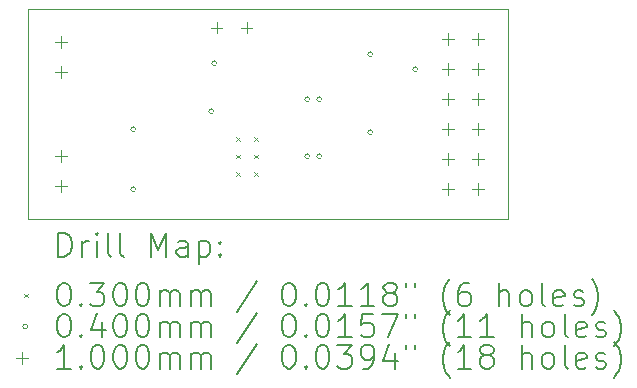
<source format=gbr>
%TF.GenerationSoftware,KiCad,Pcbnew,7.0.10*%
%TF.CreationDate,2024-02-13T22:41:41+09:00*%
%TF.ProjectId,drv8833,64727638-3833-4332-9e6b-696361645f70,rev?*%
%TF.SameCoordinates,Original*%
%TF.FileFunction,Drillmap*%
%TF.FilePolarity,Positive*%
%FSLAX45Y45*%
G04 Gerber Fmt 4.5, Leading zero omitted, Abs format (unit mm)*
G04 Created by KiCad (PCBNEW 7.0.10) date 2024-02-13 22:41:41*
%MOMM*%
%LPD*%
G01*
G04 APERTURE LIST*
%ADD10C,0.100000*%
%ADD11C,0.200000*%
G04 APERTURE END LIST*
D10*
X9906000Y-5588000D02*
X13970000Y-5588000D01*
X9906000Y-7366000D02*
X9906000Y-5588000D01*
X9906000Y-7366000D02*
X13970000Y-7366000D01*
X13970000Y-7366000D02*
X13970000Y-5588000D01*
D11*
D10*
X11669000Y-6670000D02*
X11699000Y-6700000D01*
X11699000Y-6670000D02*
X11669000Y-6700000D01*
X11669000Y-6820000D02*
X11699000Y-6850000D01*
X11699000Y-6820000D02*
X11669000Y-6850000D01*
X11669000Y-6970000D02*
X11699000Y-7000000D01*
X11699000Y-6970000D02*
X11669000Y-7000000D01*
X11819000Y-6670000D02*
X11849000Y-6700000D01*
X11849000Y-6670000D02*
X11819000Y-6700000D01*
X11819000Y-6820000D02*
X11849000Y-6850000D01*
X11849000Y-6820000D02*
X11819000Y-6850000D01*
X11819000Y-6970000D02*
X11849000Y-7000000D01*
X11849000Y-6970000D02*
X11819000Y-7000000D01*
X10815000Y-6604000D02*
G75*
G03*
X10775000Y-6604000I-20000J0D01*
G01*
X10775000Y-6604000D02*
G75*
G03*
X10815000Y-6604000I20000J0D01*
G01*
X10815000Y-7112000D02*
G75*
G03*
X10775000Y-7112000I-20000J0D01*
G01*
X10775000Y-7112000D02*
G75*
G03*
X10815000Y-7112000I20000J0D01*
G01*
X11475400Y-6451600D02*
G75*
G03*
X11435400Y-6451600I-20000J0D01*
G01*
X11435400Y-6451600D02*
G75*
G03*
X11475400Y-6451600I20000J0D01*
G01*
X11500800Y-6045200D02*
G75*
G03*
X11460800Y-6045200I-20000J0D01*
G01*
X11460800Y-6045200D02*
G75*
G03*
X11500800Y-6045200I20000J0D01*
G01*
X12288200Y-6350000D02*
G75*
G03*
X12248200Y-6350000I-20000J0D01*
G01*
X12248200Y-6350000D02*
G75*
G03*
X12288200Y-6350000I20000J0D01*
G01*
X12288200Y-6832600D02*
G75*
G03*
X12248200Y-6832600I-20000J0D01*
G01*
X12248200Y-6832600D02*
G75*
G03*
X12288200Y-6832600I20000J0D01*
G01*
X12389800Y-6350000D02*
G75*
G03*
X12349800Y-6350000I-20000J0D01*
G01*
X12349800Y-6350000D02*
G75*
G03*
X12389800Y-6350000I20000J0D01*
G01*
X12389800Y-6832600D02*
G75*
G03*
X12349800Y-6832600I-20000J0D01*
G01*
X12349800Y-6832600D02*
G75*
G03*
X12389800Y-6832600I20000J0D01*
G01*
X12821600Y-5969000D02*
G75*
G03*
X12781600Y-5969000I-20000J0D01*
G01*
X12781600Y-5969000D02*
G75*
G03*
X12821600Y-5969000I20000J0D01*
G01*
X12821600Y-6629400D02*
G75*
G03*
X12781600Y-6629400I-20000J0D01*
G01*
X12781600Y-6629400D02*
G75*
G03*
X12821600Y-6629400I20000J0D01*
G01*
X13202600Y-6096000D02*
G75*
G03*
X13162600Y-6096000I-20000J0D01*
G01*
X13162600Y-6096000D02*
G75*
G03*
X13202600Y-6096000I20000J0D01*
G01*
X10185400Y-5817400D02*
X10185400Y-5917400D01*
X10135400Y-5867400D02*
X10235400Y-5867400D01*
X10185400Y-6071400D02*
X10185400Y-6171400D01*
X10135400Y-6121400D02*
X10235400Y-6121400D01*
X10185400Y-6782600D02*
X10185400Y-6882600D01*
X10135400Y-6832600D02*
X10235400Y-6832600D01*
X10185400Y-7036600D02*
X10185400Y-7136600D01*
X10135400Y-7086600D02*
X10235400Y-7086600D01*
X11501120Y-5692940D02*
X11501120Y-5792940D01*
X11451120Y-5742940D02*
X11551120Y-5742940D01*
X11755120Y-5692940D02*
X11755120Y-5792940D01*
X11705120Y-5742940D02*
X11805120Y-5742940D01*
X13462000Y-5792000D02*
X13462000Y-5892000D01*
X13412000Y-5842000D02*
X13512000Y-5842000D01*
X13462000Y-6046000D02*
X13462000Y-6146000D01*
X13412000Y-6096000D02*
X13512000Y-6096000D01*
X13462000Y-6300000D02*
X13462000Y-6400000D01*
X13412000Y-6350000D02*
X13512000Y-6350000D01*
X13462000Y-6554000D02*
X13462000Y-6654000D01*
X13412000Y-6604000D02*
X13512000Y-6604000D01*
X13462000Y-6808000D02*
X13462000Y-6908000D01*
X13412000Y-6858000D02*
X13512000Y-6858000D01*
X13462000Y-7062000D02*
X13462000Y-7162000D01*
X13412000Y-7112000D02*
X13512000Y-7112000D01*
X13716000Y-5792000D02*
X13716000Y-5892000D01*
X13666000Y-5842000D02*
X13766000Y-5842000D01*
X13716000Y-6046000D02*
X13716000Y-6146000D01*
X13666000Y-6096000D02*
X13766000Y-6096000D01*
X13716000Y-6300000D02*
X13716000Y-6400000D01*
X13666000Y-6350000D02*
X13766000Y-6350000D01*
X13716000Y-6554000D02*
X13716000Y-6654000D01*
X13666000Y-6604000D02*
X13766000Y-6604000D01*
X13716000Y-6808000D02*
X13716000Y-6908000D01*
X13666000Y-6858000D02*
X13766000Y-6858000D01*
X13716000Y-7062000D02*
X13716000Y-7162000D01*
X13666000Y-7112000D02*
X13766000Y-7112000D01*
D11*
X10161777Y-7682484D02*
X10161777Y-7482484D01*
X10161777Y-7482484D02*
X10209396Y-7482484D01*
X10209396Y-7482484D02*
X10237967Y-7492008D01*
X10237967Y-7492008D02*
X10257015Y-7511055D01*
X10257015Y-7511055D02*
X10266539Y-7530103D01*
X10266539Y-7530103D02*
X10276063Y-7568198D01*
X10276063Y-7568198D02*
X10276063Y-7596769D01*
X10276063Y-7596769D02*
X10266539Y-7634865D01*
X10266539Y-7634865D02*
X10257015Y-7653912D01*
X10257015Y-7653912D02*
X10237967Y-7672960D01*
X10237967Y-7672960D02*
X10209396Y-7682484D01*
X10209396Y-7682484D02*
X10161777Y-7682484D01*
X10361777Y-7682484D02*
X10361777Y-7549150D01*
X10361777Y-7587246D02*
X10371301Y-7568198D01*
X10371301Y-7568198D02*
X10380824Y-7558674D01*
X10380824Y-7558674D02*
X10399872Y-7549150D01*
X10399872Y-7549150D02*
X10418920Y-7549150D01*
X10485586Y-7682484D02*
X10485586Y-7549150D01*
X10485586Y-7482484D02*
X10476063Y-7492008D01*
X10476063Y-7492008D02*
X10485586Y-7501531D01*
X10485586Y-7501531D02*
X10495110Y-7492008D01*
X10495110Y-7492008D02*
X10485586Y-7482484D01*
X10485586Y-7482484D02*
X10485586Y-7501531D01*
X10609396Y-7682484D02*
X10590348Y-7672960D01*
X10590348Y-7672960D02*
X10580824Y-7653912D01*
X10580824Y-7653912D02*
X10580824Y-7482484D01*
X10714158Y-7682484D02*
X10695110Y-7672960D01*
X10695110Y-7672960D02*
X10685586Y-7653912D01*
X10685586Y-7653912D02*
X10685586Y-7482484D01*
X10942729Y-7682484D02*
X10942729Y-7482484D01*
X10942729Y-7482484D02*
X11009396Y-7625341D01*
X11009396Y-7625341D02*
X11076063Y-7482484D01*
X11076063Y-7482484D02*
X11076063Y-7682484D01*
X11257015Y-7682484D02*
X11257015Y-7577722D01*
X11257015Y-7577722D02*
X11247491Y-7558674D01*
X11247491Y-7558674D02*
X11228443Y-7549150D01*
X11228443Y-7549150D02*
X11190348Y-7549150D01*
X11190348Y-7549150D02*
X11171301Y-7558674D01*
X11257015Y-7672960D02*
X11237967Y-7682484D01*
X11237967Y-7682484D02*
X11190348Y-7682484D01*
X11190348Y-7682484D02*
X11171301Y-7672960D01*
X11171301Y-7672960D02*
X11161777Y-7653912D01*
X11161777Y-7653912D02*
X11161777Y-7634865D01*
X11161777Y-7634865D02*
X11171301Y-7615817D01*
X11171301Y-7615817D02*
X11190348Y-7606293D01*
X11190348Y-7606293D02*
X11237967Y-7606293D01*
X11237967Y-7606293D02*
X11257015Y-7596769D01*
X11352253Y-7549150D02*
X11352253Y-7749150D01*
X11352253Y-7558674D02*
X11371301Y-7549150D01*
X11371301Y-7549150D02*
X11409396Y-7549150D01*
X11409396Y-7549150D02*
X11428443Y-7558674D01*
X11428443Y-7558674D02*
X11437967Y-7568198D01*
X11437967Y-7568198D02*
X11447491Y-7587246D01*
X11447491Y-7587246D02*
X11447491Y-7644388D01*
X11447491Y-7644388D02*
X11437967Y-7663436D01*
X11437967Y-7663436D02*
X11428443Y-7672960D01*
X11428443Y-7672960D02*
X11409396Y-7682484D01*
X11409396Y-7682484D02*
X11371301Y-7682484D01*
X11371301Y-7682484D02*
X11352253Y-7672960D01*
X11533205Y-7663436D02*
X11542729Y-7672960D01*
X11542729Y-7672960D02*
X11533205Y-7682484D01*
X11533205Y-7682484D02*
X11523682Y-7672960D01*
X11523682Y-7672960D02*
X11533205Y-7663436D01*
X11533205Y-7663436D02*
X11533205Y-7682484D01*
X11533205Y-7558674D02*
X11542729Y-7568198D01*
X11542729Y-7568198D02*
X11533205Y-7577722D01*
X11533205Y-7577722D02*
X11523682Y-7568198D01*
X11523682Y-7568198D02*
X11533205Y-7558674D01*
X11533205Y-7558674D02*
X11533205Y-7577722D01*
D10*
X9871000Y-7996000D02*
X9901000Y-8026000D01*
X9901000Y-7996000D02*
X9871000Y-8026000D01*
D11*
X10199872Y-7902484D02*
X10218920Y-7902484D01*
X10218920Y-7902484D02*
X10237967Y-7912008D01*
X10237967Y-7912008D02*
X10247491Y-7921531D01*
X10247491Y-7921531D02*
X10257015Y-7940579D01*
X10257015Y-7940579D02*
X10266539Y-7978674D01*
X10266539Y-7978674D02*
X10266539Y-8026293D01*
X10266539Y-8026293D02*
X10257015Y-8064388D01*
X10257015Y-8064388D02*
X10247491Y-8083436D01*
X10247491Y-8083436D02*
X10237967Y-8092960D01*
X10237967Y-8092960D02*
X10218920Y-8102484D01*
X10218920Y-8102484D02*
X10199872Y-8102484D01*
X10199872Y-8102484D02*
X10180824Y-8092960D01*
X10180824Y-8092960D02*
X10171301Y-8083436D01*
X10171301Y-8083436D02*
X10161777Y-8064388D01*
X10161777Y-8064388D02*
X10152253Y-8026293D01*
X10152253Y-8026293D02*
X10152253Y-7978674D01*
X10152253Y-7978674D02*
X10161777Y-7940579D01*
X10161777Y-7940579D02*
X10171301Y-7921531D01*
X10171301Y-7921531D02*
X10180824Y-7912008D01*
X10180824Y-7912008D02*
X10199872Y-7902484D01*
X10352253Y-8083436D02*
X10361777Y-8092960D01*
X10361777Y-8092960D02*
X10352253Y-8102484D01*
X10352253Y-8102484D02*
X10342729Y-8092960D01*
X10342729Y-8092960D02*
X10352253Y-8083436D01*
X10352253Y-8083436D02*
X10352253Y-8102484D01*
X10428444Y-7902484D02*
X10552253Y-7902484D01*
X10552253Y-7902484D02*
X10485586Y-7978674D01*
X10485586Y-7978674D02*
X10514158Y-7978674D01*
X10514158Y-7978674D02*
X10533205Y-7988198D01*
X10533205Y-7988198D02*
X10542729Y-7997722D01*
X10542729Y-7997722D02*
X10552253Y-8016769D01*
X10552253Y-8016769D02*
X10552253Y-8064388D01*
X10552253Y-8064388D02*
X10542729Y-8083436D01*
X10542729Y-8083436D02*
X10533205Y-8092960D01*
X10533205Y-8092960D02*
X10514158Y-8102484D01*
X10514158Y-8102484D02*
X10457015Y-8102484D01*
X10457015Y-8102484D02*
X10437967Y-8092960D01*
X10437967Y-8092960D02*
X10428444Y-8083436D01*
X10676063Y-7902484D02*
X10695110Y-7902484D01*
X10695110Y-7902484D02*
X10714158Y-7912008D01*
X10714158Y-7912008D02*
X10723682Y-7921531D01*
X10723682Y-7921531D02*
X10733205Y-7940579D01*
X10733205Y-7940579D02*
X10742729Y-7978674D01*
X10742729Y-7978674D02*
X10742729Y-8026293D01*
X10742729Y-8026293D02*
X10733205Y-8064388D01*
X10733205Y-8064388D02*
X10723682Y-8083436D01*
X10723682Y-8083436D02*
X10714158Y-8092960D01*
X10714158Y-8092960D02*
X10695110Y-8102484D01*
X10695110Y-8102484D02*
X10676063Y-8102484D01*
X10676063Y-8102484D02*
X10657015Y-8092960D01*
X10657015Y-8092960D02*
X10647491Y-8083436D01*
X10647491Y-8083436D02*
X10637967Y-8064388D01*
X10637967Y-8064388D02*
X10628444Y-8026293D01*
X10628444Y-8026293D02*
X10628444Y-7978674D01*
X10628444Y-7978674D02*
X10637967Y-7940579D01*
X10637967Y-7940579D02*
X10647491Y-7921531D01*
X10647491Y-7921531D02*
X10657015Y-7912008D01*
X10657015Y-7912008D02*
X10676063Y-7902484D01*
X10866539Y-7902484D02*
X10885586Y-7902484D01*
X10885586Y-7902484D02*
X10904634Y-7912008D01*
X10904634Y-7912008D02*
X10914158Y-7921531D01*
X10914158Y-7921531D02*
X10923682Y-7940579D01*
X10923682Y-7940579D02*
X10933205Y-7978674D01*
X10933205Y-7978674D02*
X10933205Y-8026293D01*
X10933205Y-8026293D02*
X10923682Y-8064388D01*
X10923682Y-8064388D02*
X10914158Y-8083436D01*
X10914158Y-8083436D02*
X10904634Y-8092960D01*
X10904634Y-8092960D02*
X10885586Y-8102484D01*
X10885586Y-8102484D02*
X10866539Y-8102484D01*
X10866539Y-8102484D02*
X10847491Y-8092960D01*
X10847491Y-8092960D02*
X10837967Y-8083436D01*
X10837967Y-8083436D02*
X10828444Y-8064388D01*
X10828444Y-8064388D02*
X10818920Y-8026293D01*
X10818920Y-8026293D02*
X10818920Y-7978674D01*
X10818920Y-7978674D02*
X10828444Y-7940579D01*
X10828444Y-7940579D02*
X10837967Y-7921531D01*
X10837967Y-7921531D02*
X10847491Y-7912008D01*
X10847491Y-7912008D02*
X10866539Y-7902484D01*
X11018920Y-8102484D02*
X11018920Y-7969150D01*
X11018920Y-7988198D02*
X11028444Y-7978674D01*
X11028444Y-7978674D02*
X11047491Y-7969150D01*
X11047491Y-7969150D02*
X11076063Y-7969150D01*
X11076063Y-7969150D02*
X11095110Y-7978674D01*
X11095110Y-7978674D02*
X11104634Y-7997722D01*
X11104634Y-7997722D02*
X11104634Y-8102484D01*
X11104634Y-7997722D02*
X11114158Y-7978674D01*
X11114158Y-7978674D02*
X11133205Y-7969150D01*
X11133205Y-7969150D02*
X11161777Y-7969150D01*
X11161777Y-7969150D02*
X11180825Y-7978674D01*
X11180825Y-7978674D02*
X11190348Y-7997722D01*
X11190348Y-7997722D02*
X11190348Y-8102484D01*
X11285586Y-8102484D02*
X11285586Y-7969150D01*
X11285586Y-7988198D02*
X11295110Y-7978674D01*
X11295110Y-7978674D02*
X11314158Y-7969150D01*
X11314158Y-7969150D02*
X11342729Y-7969150D01*
X11342729Y-7969150D02*
X11361777Y-7978674D01*
X11361777Y-7978674D02*
X11371301Y-7997722D01*
X11371301Y-7997722D02*
X11371301Y-8102484D01*
X11371301Y-7997722D02*
X11380824Y-7978674D01*
X11380824Y-7978674D02*
X11399872Y-7969150D01*
X11399872Y-7969150D02*
X11428443Y-7969150D01*
X11428443Y-7969150D02*
X11447491Y-7978674D01*
X11447491Y-7978674D02*
X11457015Y-7997722D01*
X11457015Y-7997722D02*
X11457015Y-8102484D01*
X11847491Y-7892960D02*
X11676063Y-8150103D01*
X12104634Y-7902484D02*
X12123682Y-7902484D01*
X12123682Y-7902484D02*
X12142729Y-7912008D01*
X12142729Y-7912008D02*
X12152253Y-7921531D01*
X12152253Y-7921531D02*
X12161777Y-7940579D01*
X12161777Y-7940579D02*
X12171301Y-7978674D01*
X12171301Y-7978674D02*
X12171301Y-8026293D01*
X12171301Y-8026293D02*
X12161777Y-8064388D01*
X12161777Y-8064388D02*
X12152253Y-8083436D01*
X12152253Y-8083436D02*
X12142729Y-8092960D01*
X12142729Y-8092960D02*
X12123682Y-8102484D01*
X12123682Y-8102484D02*
X12104634Y-8102484D01*
X12104634Y-8102484D02*
X12085586Y-8092960D01*
X12085586Y-8092960D02*
X12076063Y-8083436D01*
X12076063Y-8083436D02*
X12066539Y-8064388D01*
X12066539Y-8064388D02*
X12057015Y-8026293D01*
X12057015Y-8026293D02*
X12057015Y-7978674D01*
X12057015Y-7978674D02*
X12066539Y-7940579D01*
X12066539Y-7940579D02*
X12076063Y-7921531D01*
X12076063Y-7921531D02*
X12085586Y-7912008D01*
X12085586Y-7912008D02*
X12104634Y-7902484D01*
X12257015Y-8083436D02*
X12266539Y-8092960D01*
X12266539Y-8092960D02*
X12257015Y-8102484D01*
X12257015Y-8102484D02*
X12247491Y-8092960D01*
X12247491Y-8092960D02*
X12257015Y-8083436D01*
X12257015Y-8083436D02*
X12257015Y-8102484D01*
X12390348Y-7902484D02*
X12409396Y-7902484D01*
X12409396Y-7902484D02*
X12428444Y-7912008D01*
X12428444Y-7912008D02*
X12437967Y-7921531D01*
X12437967Y-7921531D02*
X12447491Y-7940579D01*
X12447491Y-7940579D02*
X12457015Y-7978674D01*
X12457015Y-7978674D02*
X12457015Y-8026293D01*
X12457015Y-8026293D02*
X12447491Y-8064388D01*
X12447491Y-8064388D02*
X12437967Y-8083436D01*
X12437967Y-8083436D02*
X12428444Y-8092960D01*
X12428444Y-8092960D02*
X12409396Y-8102484D01*
X12409396Y-8102484D02*
X12390348Y-8102484D01*
X12390348Y-8102484D02*
X12371301Y-8092960D01*
X12371301Y-8092960D02*
X12361777Y-8083436D01*
X12361777Y-8083436D02*
X12352253Y-8064388D01*
X12352253Y-8064388D02*
X12342729Y-8026293D01*
X12342729Y-8026293D02*
X12342729Y-7978674D01*
X12342729Y-7978674D02*
X12352253Y-7940579D01*
X12352253Y-7940579D02*
X12361777Y-7921531D01*
X12361777Y-7921531D02*
X12371301Y-7912008D01*
X12371301Y-7912008D02*
X12390348Y-7902484D01*
X12647491Y-8102484D02*
X12533206Y-8102484D01*
X12590348Y-8102484D02*
X12590348Y-7902484D01*
X12590348Y-7902484D02*
X12571301Y-7931055D01*
X12571301Y-7931055D02*
X12552253Y-7950103D01*
X12552253Y-7950103D02*
X12533206Y-7959627D01*
X12837967Y-8102484D02*
X12723682Y-8102484D01*
X12780825Y-8102484D02*
X12780825Y-7902484D01*
X12780825Y-7902484D02*
X12761777Y-7931055D01*
X12761777Y-7931055D02*
X12742729Y-7950103D01*
X12742729Y-7950103D02*
X12723682Y-7959627D01*
X12952253Y-7988198D02*
X12933206Y-7978674D01*
X12933206Y-7978674D02*
X12923682Y-7969150D01*
X12923682Y-7969150D02*
X12914158Y-7950103D01*
X12914158Y-7950103D02*
X12914158Y-7940579D01*
X12914158Y-7940579D02*
X12923682Y-7921531D01*
X12923682Y-7921531D02*
X12933206Y-7912008D01*
X12933206Y-7912008D02*
X12952253Y-7902484D01*
X12952253Y-7902484D02*
X12990348Y-7902484D01*
X12990348Y-7902484D02*
X13009396Y-7912008D01*
X13009396Y-7912008D02*
X13018920Y-7921531D01*
X13018920Y-7921531D02*
X13028444Y-7940579D01*
X13028444Y-7940579D02*
X13028444Y-7950103D01*
X13028444Y-7950103D02*
X13018920Y-7969150D01*
X13018920Y-7969150D02*
X13009396Y-7978674D01*
X13009396Y-7978674D02*
X12990348Y-7988198D01*
X12990348Y-7988198D02*
X12952253Y-7988198D01*
X12952253Y-7988198D02*
X12933206Y-7997722D01*
X12933206Y-7997722D02*
X12923682Y-8007246D01*
X12923682Y-8007246D02*
X12914158Y-8026293D01*
X12914158Y-8026293D02*
X12914158Y-8064388D01*
X12914158Y-8064388D02*
X12923682Y-8083436D01*
X12923682Y-8083436D02*
X12933206Y-8092960D01*
X12933206Y-8092960D02*
X12952253Y-8102484D01*
X12952253Y-8102484D02*
X12990348Y-8102484D01*
X12990348Y-8102484D02*
X13009396Y-8092960D01*
X13009396Y-8092960D02*
X13018920Y-8083436D01*
X13018920Y-8083436D02*
X13028444Y-8064388D01*
X13028444Y-8064388D02*
X13028444Y-8026293D01*
X13028444Y-8026293D02*
X13018920Y-8007246D01*
X13018920Y-8007246D02*
X13009396Y-7997722D01*
X13009396Y-7997722D02*
X12990348Y-7988198D01*
X13104634Y-7902484D02*
X13104634Y-7940579D01*
X13180825Y-7902484D02*
X13180825Y-7940579D01*
X13476063Y-8178674D02*
X13466539Y-8169150D01*
X13466539Y-8169150D02*
X13447491Y-8140579D01*
X13447491Y-8140579D02*
X13437968Y-8121531D01*
X13437968Y-8121531D02*
X13428444Y-8092960D01*
X13428444Y-8092960D02*
X13418920Y-8045341D01*
X13418920Y-8045341D02*
X13418920Y-8007246D01*
X13418920Y-8007246D02*
X13428444Y-7959627D01*
X13428444Y-7959627D02*
X13437968Y-7931055D01*
X13437968Y-7931055D02*
X13447491Y-7912008D01*
X13447491Y-7912008D02*
X13466539Y-7883436D01*
X13466539Y-7883436D02*
X13476063Y-7873912D01*
X13637968Y-7902484D02*
X13599872Y-7902484D01*
X13599872Y-7902484D02*
X13580825Y-7912008D01*
X13580825Y-7912008D02*
X13571301Y-7921531D01*
X13571301Y-7921531D02*
X13552253Y-7950103D01*
X13552253Y-7950103D02*
X13542729Y-7988198D01*
X13542729Y-7988198D02*
X13542729Y-8064388D01*
X13542729Y-8064388D02*
X13552253Y-8083436D01*
X13552253Y-8083436D02*
X13561777Y-8092960D01*
X13561777Y-8092960D02*
X13580825Y-8102484D01*
X13580825Y-8102484D02*
X13618920Y-8102484D01*
X13618920Y-8102484D02*
X13637968Y-8092960D01*
X13637968Y-8092960D02*
X13647491Y-8083436D01*
X13647491Y-8083436D02*
X13657015Y-8064388D01*
X13657015Y-8064388D02*
X13657015Y-8016769D01*
X13657015Y-8016769D02*
X13647491Y-7997722D01*
X13647491Y-7997722D02*
X13637968Y-7988198D01*
X13637968Y-7988198D02*
X13618920Y-7978674D01*
X13618920Y-7978674D02*
X13580825Y-7978674D01*
X13580825Y-7978674D02*
X13561777Y-7988198D01*
X13561777Y-7988198D02*
X13552253Y-7997722D01*
X13552253Y-7997722D02*
X13542729Y-8016769D01*
X13895110Y-8102484D02*
X13895110Y-7902484D01*
X13980825Y-8102484D02*
X13980825Y-7997722D01*
X13980825Y-7997722D02*
X13971301Y-7978674D01*
X13971301Y-7978674D02*
X13952253Y-7969150D01*
X13952253Y-7969150D02*
X13923682Y-7969150D01*
X13923682Y-7969150D02*
X13904634Y-7978674D01*
X13904634Y-7978674D02*
X13895110Y-7988198D01*
X14104634Y-8102484D02*
X14085587Y-8092960D01*
X14085587Y-8092960D02*
X14076063Y-8083436D01*
X14076063Y-8083436D02*
X14066539Y-8064388D01*
X14066539Y-8064388D02*
X14066539Y-8007246D01*
X14066539Y-8007246D02*
X14076063Y-7988198D01*
X14076063Y-7988198D02*
X14085587Y-7978674D01*
X14085587Y-7978674D02*
X14104634Y-7969150D01*
X14104634Y-7969150D02*
X14133206Y-7969150D01*
X14133206Y-7969150D02*
X14152253Y-7978674D01*
X14152253Y-7978674D02*
X14161777Y-7988198D01*
X14161777Y-7988198D02*
X14171301Y-8007246D01*
X14171301Y-8007246D02*
X14171301Y-8064388D01*
X14171301Y-8064388D02*
X14161777Y-8083436D01*
X14161777Y-8083436D02*
X14152253Y-8092960D01*
X14152253Y-8092960D02*
X14133206Y-8102484D01*
X14133206Y-8102484D02*
X14104634Y-8102484D01*
X14285587Y-8102484D02*
X14266539Y-8092960D01*
X14266539Y-8092960D02*
X14257015Y-8073912D01*
X14257015Y-8073912D02*
X14257015Y-7902484D01*
X14437968Y-8092960D02*
X14418920Y-8102484D01*
X14418920Y-8102484D02*
X14380825Y-8102484D01*
X14380825Y-8102484D02*
X14361777Y-8092960D01*
X14361777Y-8092960D02*
X14352253Y-8073912D01*
X14352253Y-8073912D02*
X14352253Y-7997722D01*
X14352253Y-7997722D02*
X14361777Y-7978674D01*
X14361777Y-7978674D02*
X14380825Y-7969150D01*
X14380825Y-7969150D02*
X14418920Y-7969150D01*
X14418920Y-7969150D02*
X14437968Y-7978674D01*
X14437968Y-7978674D02*
X14447491Y-7997722D01*
X14447491Y-7997722D02*
X14447491Y-8016769D01*
X14447491Y-8016769D02*
X14352253Y-8035817D01*
X14523682Y-8092960D02*
X14542730Y-8102484D01*
X14542730Y-8102484D02*
X14580825Y-8102484D01*
X14580825Y-8102484D02*
X14599872Y-8092960D01*
X14599872Y-8092960D02*
X14609396Y-8073912D01*
X14609396Y-8073912D02*
X14609396Y-8064388D01*
X14609396Y-8064388D02*
X14599872Y-8045341D01*
X14599872Y-8045341D02*
X14580825Y-8035817D01*
X14580825Y-8035817D02*
X14552253Y-8035817D01*
X14552253Y-8035817D02*
X14533206Y-8026293D01*
X14533206Y-8026293D02*
X14523682Y-8007246D01*
X14523682Y-8007246D02*
X14523682Y-7997722D01*
X14523682Y-7997722D02*
X14533206Y-7978674D01*
X14533206Y-7978674D02*
X14552253Y-7969150D01*
X14552253Y-7969150D02*
X14580825Y-7969150D01*
X14580825Y-7969150D02*
X14599872Y-7978674D01*
X14676063Y-8178674D02*
X14685587Y-8169150D01*
X14685587Y-8169150D02*
X14704634Y-8140579D01*
X14704634Y-8140579D02*
X14714158Y-8121531D01*
X14714158Y-8121531D02*
X14723682Y-8092960D01*
X14723682Y-8092960D02*
X14733206Y-8045341D01*
X14733206Y-8045341D02*
X14733206Y-8007246D01*
X14733206Y-8007246D02*
X14723682Y-7959627D01*
X14723682Y-7959627D02*
X14714158Y-7931055D01*
X14714158Y-7931055D02*
X14704634Y-7912008D01*
X14704634Y-7912008D02*
X14685587Y-7883436D01*
X14685587Y-7883436D02*
X14676063Y-7873912D01*
D10*
X9901000Y-8275000D02*
G75*
G03*
X9861000Y-8275000I-20000J0D01*
G01*
X9861000Y-8275000D02*
G75*
G03*
X9901000Y-8275000I20000J0D01*
G01*
D11*
X10199872Y-8166484D02*
X10218920Y-8166484D01*
X10218920Y-8166484D02*
X10237967Y-8176008D01*
X10237967Y-8176008D02*
X10247491Y-8185531D01*
X10247491Y-8185531D02*
X10257015Y-8204579D01*
X10257015Y-8204579D02*
X10266539Y-8242674D01*
X10266539Y-8242674D02*
X10266539Y-8290293D01*
X10266539Y-8290293D02*
X10257015Y-8328388D01*
X10257015Y-8328388D02*
X10247491Y-8347436D01*
X10247491Y-8347436D02*
X10237967Y-8356960D01*
X10237967Y-8356960D02*
X10218920Y-8366484D01*
X10218920Y-8366484D02*
X10199872Y-8366484D01*
X10199872Y-8366484D02*
X10180824Y-8356960D01*
X10180824Y-8356960D02*
X10171301Y-8347436D01*
X10171301Y-8347436D02*
X10161777Y-8328388D01*
X10161777Y-8328388D02*
X10152253Y-8290293D01*
X10152253Y-8290293D02*
X10152253Y-8242674D01*
X10152253Y-8242674D02*
X10161777Y-8204579D01*
X10161777Y-8204579D02*
X10171301Y-8185531D01*
X10171301Y-8185531D02*
X10180824Y-8176008D01*
X10180824Y-8176008D02*
X10199872Y-8166484D01*
X10352253Y-8347436D02*
X10361777Y-8356960D01*
X10361777Y-8356960D02*
X10352253Y-8366484D01*
X10352253Y-8366484D02*
X10342729Y-8356960D01*
X10342729Y-8356960D02*
X10352253Y-8347436D01*
X10352253Y-8347436D02*
X10352253Y-8366484D01*
X10533205Y-8233150D02*
X10533205Y-8366484D01*
X10485586Y-8156960D02*
X10437967Y-8299817D01*
X10437967Y-8299817D02*
X10561777Y-8299817D01*
X10676063Y-8166484D02*
X10695110Y-8166484D01*
X10695110Y-8166484D02*
X10714158Y-8176008D01*
X10714158Y-8176008D02*
X10723682Y-8185531D01*
X10723682Y-8185531D02*
X10733205Y-8204579D01*
X10733205Y-8204579D02*
X10742729Y-8242674D01*
X10742729Y-8242674D02*
X10742729Y-8290293D01*
X10742729Y-8290293D02*
X10733205Y-8328388D01*
X10733205Y-8328388D02*
X10723682Y-8347436D01*
X10723682Y-8347436D02*
X10714158Y-8356960D01*
X10714158Y-8356960D02*
X10695110Y-8366484D01*
X10695110Y-8366484D02*
X10676063Y-8366484D01*
X10676063Y-8366484D02*
X10657015Y-8356960D01*
X10657015Y-8356960D02*
X10647491Y-8347436D01*
X10647491Y-8347436D02*
X10637967Y-8328388D01*
X10637967Y-8328388D02*
X10628444Y-8290293D01*
X10628444Y-8290293D02*
X10628444Y-8242674D01*
X10628444Y-8242674D02*
X10637967Y-8204579D01*
X10637967Y-8204579D02*
X10647491Y-8185531D01*
X10647491Y-8185531D02*
X10657015Y-8176008D01*
X10657015Y-8176008D02*
X10676063Y-8166484D01*
X10866539Y-8166484D02*
X10885586Y-8166484D01*
X10885586Y-8166484D02*
X10904634Y-8176008D01*
X10904634Y-8176008D02*
X10914158Y-8185531D01*
X10914158Y-8185531D02*
X10923682Y-8204579D01*
X10923682Y-8204579D02*
X10933205Y-8242674D01*
X10933205Y-8242674D02*
X10933205Y-8290293D01*
X10933205Y-8290293D02*
X10923682Y-8328388D01*
X10923682Y-8328388D02*
X10914158Y-8347436D01*
X10914158Y-8347436D02*
X10904634Y-8356960D01*
X10904634Y-8356960D02*
X10885586Y-8366484D01*
X10885586Y-8366484D02*
X10866539Y-8366484D01*
X10866539Y-8366484D02*
X10847491Y-8356960D01*
X10847491Y-8356960D02*
X10837967Y-8347436D01*
X10837967Y-8347436D02*
X10828444Y-8328388D01*
X10828444Y-8328388D02*
X10818920Y-8290293D01*
X10818920Y-8290293D02*
X10818920Y-8242674D01*
X10818920Y-8242674D02*
X10828444Y-8204579D01*
X10828444Y-8204579D02*
X10837967Y-8185531D01*
X10837967Y-8185531D02*
X10847491Y-8176008D01*
X10847491Y-8176008D02*
X10866539Y-8166484D01*
X11018920Y-8366484D02*
X11018920Y-8233150D01*
X11018920Y-8252198D02*
X11028444Y-8242674D01*
X11028444Y-8242674D02*
X11047491Y-8233150D01*
X11047491Y-8233150D02*
X11076063Y-8233150D01*
X11076063Y-8233150D02*
X11095110Y-8242674D01*
X11095110Y-8242674D02*
X11104634Y-8261722D01*
X11104634Y-8261722D02*
X11104634Y-8366484D01*
X11104634Y-8261722D02*
X11114158Y-8242674D01*
X11114158Y-8242674D02*
X11133205Y-8233150D01*
X11133205Y-8233150D02*
X11161777Y-8233150D01*
X11161777Y-8233150D02*
X11180825Y-8242674D01*
X11180825Y-8242674D02*
X11190348Y-8261722D01*
X11190348Y-8261722D02*
X11190348Y-8366484D01*
X11285586Y-8366484D02*
X11285586Y-8233150D01*
X11285586Y-8252198D02*
X11295110Y-8242674D01*
X11295110Y-8242674D02*
X11314158Y-8233150D01*
X11314158Y-8233150D02*
X11342729Y-8233150D01*
X11342729Y-8233150D02*
X11361777Y-8242674D01*
X11361777Y-8242674D02*
X11371301Y-8261722D01*
X11371301Y-8261722D02*
X11371301Y-8366484D01*
X11371301Y-8261722D02*
X11380824Y-8242674D01*
X11380824Y-8242674D02*
X11399872Y-8233150D01*
X11399872Y-8233150D02*
X11428443Y-8233150D01*
X11428443Y-8233150D02*
X11447491Y-8242674D01*
X11447491Y-8242674D02*
X11457015Y-8261722D01*
X11457015Y-8261722D02*
X11457015Y-8366484D01*
X11847491Y-8156960D02*
X11676063Y-8414103D01*
X12104634Y-8166484D02*
X12123682Y-8166484D01*
X12123682Y-8166484D02*
X12142729Y-8176008D01*
X12142729Y-8176008D02*
X12152253Y-8185531D01*
X12152253Y-8185531D02*
X12161777Y-8204579D01*
X12161777Y-8204579D02*
X12171301Y-8242674D01*
X12171301Y-8242674D02*
X12171301Y-8290293D01*
X12171301Y-8290293D02*
X12161777Y-8328388D01*
X12161777Y-8328388D02*
X12152253Y-8347436D01*
X12152253Y-8347436D02*
X12142729Y-8356960D01*
X12142729Y-8356960D02*
X12123682Y-8366484D01*
X12123682Y-8366484D02*
X12104634Y-8366484D01*
X12104634Y-8366484D02*
X12085586Y-8356960D01*
X12085586Y-8356960D02*
X12076063Y-8347436D01*
X12076063Y-8347436D02*
X12066539Y-8328388D01*
X12066539Y-8328388D02*
X12057015Y-8290293D01*
X12057015Y-8290293D02*
X12057015Y-8242674D01*
X12057015Y-8242674D02*
X12066539Y-8204579D01*
X12066539Y-8204579D02*
X12076063Y-8185531D01*
X12076063Y-8185531D02*
X12085586Y-8176008D01*
X12085586Y-8176008D02*
X12104634Y-8166484D01*
X12257015Y-8347436D02*
X12266539Y-8356960D01*
X12266539Y-8356960D02*
X12257015Y-8366484D01*
X12257015Y-8366484D02*
X12247491Y-8356960D01*
X12247491Y-8356960D02*
X12257015Y-8347436D01*
X12257015Y-8347436D02*
X12257015Y-8366484D01*
X12390348Y-8166484D02*
X12409396Y-8166484D01*
X12409396Y-8166484D02*
X12428444Y-8176008D01*
X12428444Y-8176008D02*
X12437967Y-8185531D01*
X12437967Y-8185531D02*
X12447491Y-8204579D01*
X12447491Y-8204579D02*
X12457015Y-8242674D01*
X12457015Y-8242674D02*
X12457015Y-8290293D01*
X12457015Y-8290293D02*
X12447491Y-8328388D01*
X12447491Y-8328388D02*
X12437967Y-8347436D01*
X12437967Y-8347436D02*
X12428444Y-8356960D01*
X12428444Y-8356960D02*
X12409396Y-8366484D01*
X12409396Y-8366484D02*
X12390348Y-8366484D01*
X12390348Y-8366484D02*
X12371301Y-8356960D01*
X12371301Y-8356960D02*
X12361777Y-8347436D01*
X12361777Y-8347436D02*
X12352253Y-8328388D01*
X12352253Y-8328388D02*
X12342729Y-8290293D01*
X12342729Y-8290293D02*
X12342729Y-8242674D01*
X12342729Y-8242674D02*
X12352253Y-8204579D01*
X12352253Y-8204579D02*
X12361777Y-8185531D01*
X12361777Y-8185531D02*
X12371301Y-8176008D01*
X12371301Y-8176008D02*
X12390348Y-8166484D01*
X12647491Y-8366484D02*
X12533206Y-8366484D01*
X12590348Y-8366484D02*
X12590348Y-8166484D01*
X12590348Y-8166484D02*
X12571301Y-8195055D01*
X12571301Y-8195055D02*
X12552253Y-8214103D01*
X12552253Y-8214103D02*
X12533206Y-8223627D01*
X12828444Y-8166484D02*
X12733206Y-8166484D01*
X12733206Y-8166484D02*
X12723682Y-8261722D01*
X12723682Y-8261722D02*
X12733206Y-8252198D01*
X12733206Y-8252198D02*
X12752253Y-8242674D01*
X12752253Y-8242674D02*
X12799872Y-8242674D01*
X12799872Y-8242674D02*
X12818920Y-8252198D01*
X12818920Y-8252198D02*
X12828444Y-8261722D01*
X12828444Y-8261722D02*
X12837967Y-8280769D01*
X12837967Y-8280769D02*
X12837967Y-8328388D01*
X12837967Y-8328388D02*
X12828444Y-8347436D01*
X12828444Y-8347436D02*
X12818920Y-8356960D01*
X12818920Y-8356960D02*
X12799872Y-8366484D01*
X12799872Y-8366484D02*
X12752253Y-8366484D01*
X12752253Y-8366484D02*
X12733206Y-8356960D01*
X12733206Y-8356960D02*
X12723682Y-8347436D01*
X12904634Y-8166484D02*
X13037967Y-8166484D01*
X13037967Y-8166484D02*
X12952253Y-8366484D01*
X13104634Y-8166484D02*
X13104634Y-8204579D01*
X13180825Y-8166484D02*
X13180825Y-8204579D01*
X13476063Y-8442674D02*
X13466539Y-8433150D01*
X13466539Y-8433150D02*
X13447491Y-8404579D01*
X13447491Y-8404579D02*
X13437968Y-8385531D01*
X13437968Y-8385531D02*
X13428444Y-8356960D01*
X13428444Y-8356960D02*
X13418920Y-8309341D01*
X13418920Y-8309341D02*
X13418920Y-8271246D01*
X13418920Y-8271246D02*
X13428444Y-8223627D01*
X13428444Y-8223627D02*
X13437968Y-8195055D01*
X13437968Y-8195055D02*
X13447491Y-8176008D01*
X13447491Y-8176008D02*
X13466539Y-8147436D01*
X13466539Y-8147436D02*
X13476063Y-8137912D01*
X13657015Y-8366484D02*
X13542729Y-8366484D01*
X13599872Y-8366484D02*
X13599872Y-8166484D01*
X13599872Y-8166484D02*
X13580825Y-8195055D01*
X13580825Y-8195055D02*
X13561777Y-8214103D01*
X13561777Y-8214103D02*
X13542729Y-8223627D01*
X13847491Y-8366484D02*
X13733206Y-8366484D01*
X13790348Y-8366484D02*
X13790348Y-8166484D01*
X13790348Y-8166484D02*
X13771301Y-8195055D01*
X13771301Y-8195055D02*
X13752253Y-8214103D01*
X13752253Y-8214103D02*
X13733206Y-8223627D01*
X14085587Y-8366484D02*
X14085587Y-8166484D01*
X14171301Y-8366484D02*
X14171301Y-8261722D01*
X14171301Y-8261722D02*
X14161777Y-8242674D01*
X14161777Y-8242674D02*
X14142730Y-8233150D01*
X14142730Y-8233150D02*
X14114158Y-8233150D01*
X14114158Y-8233150D02*
X14095110Y-8242674D01*
X14095110Y-8242674D02*
X14085587Y-8252198D01*
X14295110Y-8366484D02*
X14276063Y-8356960D01*
X14276063Y-8356960D02*
X14266539Y-8347436D01*
X14266539Y-8347436D02*
X14257015Y-8328388D01*
X14257015Y-8328388D02*
X14257015Y-8271246D01*
X14257015Y-8271246D02*
X14266539Y-8252198D01*
X14266539Y-8252198D02*
X14276063Y-8242674D01*
X14276063Y-8242674D02*
X14295110Y-8233150D01*
X14295110Y-8233150D02*
X14323682Y-8233150D01*
X14323682Y-8233150D02*
X14342730Y-8242674D01*
X14342730Y-8242674D02*
X14352253Y-8252198D01*
X14352253Y-8252198D02*
X14361777Y-8271246D01*
X14361777Y-8271246D02*
X14361777Y-8328388D01*
X14361777Y-8328388D02*
X14352253Y-8347436D01*
X14352253Y-8347436D02*
X14342730Y-8356960D01*
X14342730Y-8356960D02*
X14323682Y-8366484D01*
X14323682Y-8366484D02*
X14295110Y-8366484D01*
X14476063Y-8366484D02*
X14457015Y-8356960D01*
X14457015Y-8356960D02*
X14447491Y-8337912D01*
X14447491Y-8337912D02*
X14447491Y-8166484D01*
X14628444Y-8356960D02*
X14609396Y-8366484D01*
X14609396Y-8366484D02*
X14571301Y-8366484D01*
X14571301Y-8366484D02*
X14552253Y-8356960D01*
X14552253Y-8356960D02*
X14542730Y-8337912D01*
X14542730Y-8337912D02*
X14542730Y-8261722D01*
X14542730Y-8261722D02*
X14552253Y-8242674D01*
X14552253Y-8242674D02*
X14571301Y-8233150D01*
X14571301Y-8233150D02*
X14609396Y-8233150D01*
X14609396Y-8233150D02*
X14628444Y-8242674D01*
X14628444Y-8242674D02*
X14637968Y-8261722D01*
X14637968Y-8261722D02*
X14637968Y-8280769D01*
X14637968Y-8280769D02*
X14542730Y-8299817D01*
X14714158Y-8356960D02*
X14733206Y-8366484D01*
X14733206Y-8366484D02*
X14771301Y-8366484D01*
X14771301Y-8366484D02*
X14790349Y-8356960D01*
X14790349Y-8356960D02*
X14799872Y-8337912D01*
X14799872Y-8337912D02*
X14799872Y-8328388D01*
X14799872Y-8328388D02*
X14790349Y-8309341D01*
X14790349Y-8309341D02*
X14771301Y-8299817D01*
X14771301Y-8299817D02*
X14742730Y-8299817D01*
X14742730Y-8299817D02*
X14723682Y-8290293D01*
X14723682Y-8290293D02*
X14714158Y-8271246D01*
X14714158Y-8271246D02*
X14714158Y-8261722D01*
X14714158Y-8261722D02*
X14723682Y-8242674D01*
X14723682Y-8242674D02*
X14742730Y-8233150D01*
X14742730Y-8233150D02*
X14771301Y-8233150D01*
X14771301Y-8233150D02*
X14790349Y-8242674D01*
X14866539Y-8442674D02*
X14876063Y-8433150D01*
X14876063Y-8433150D02*
X14895111Y-8404579D01*
X14895111Y-8404579D02*
X14904634Y-8385531D01*
X14904634Y-8385531D02*
X14914158Y-8356960D01*
X14914158Y-8356960D02*
X14923682Y-8309341D01*
X14923682Y-8309341D02*
X14923682Y-8271246D01*
X14923682Y-8271246D02*
X14914158Y-8223627D01*
X14914158Y-8223627D02*
X14904634Y-8195055D01*
X14904634Y-8195055D02*
X14895111Y-8176008D01*
X14895111Y-8176008D02*
X14876063Y-8147436D01*
X14876063Y-8147436D02*
X14866539Y-8137912D01*
D10*
X9851000Y-8489000D02*
X9851000Y-8589000D01*
X9801000Y-8539000D02*
X9901000Y-8539000D01*
D11*
X10266539Y-8630484D02*
X10152253Y-8630484D01*
X10209396Y-8630484D02*
X10209396Y-8430484D01*
X10209396Y-8430484D02*
X10190348Y-8459055D01*
X10190348Y-8459055D02*
X10171301Y-8478103D01*
X10171301Y-8478103D02*
X10152253Y-8487627D01*
X10352253Y-8611436D02*
X10361777Y-8620960D01*
X10361777Y-8620960D02*
X10352253Y-8630484D01*
X10352253Y-8630484D02*
X10342729Y-8620960D01*
X10342729Y-8620960D02*
X10352253Y-8611436D01*
X10352253Y-8611436D02*
X10352253Y-8630484D01*
X10485586Y-8430484D02*
X10504634Y-8430484D01*
X10504634Y-8430484D02*
X10523682Y-8440008D01*
X10523682Y-8440008D02*
X10533205Y-8449531D01*
X10533205Y-8449531D02*
X10542729Y-8468579D01*
X10542729Y-8468579D02*
X10552253Y-8506674D01*
X10552253Y-8506674D02*
X10552253Y-8554293D01*
X10552253Y-8554293D02*
X10542729Y-8592389D01*
X10542729Y-8592389D02*
X10533205Y-8611436D01*
X10533205Y-8611436D02*
X10523682Y-8620960D01*
X10523682Y-8620960D02*
X10504634Y-8630484D01*
X10504634Y-8630484D02*
X10485586Y-8630484D01*
X10485586Y-8630484D02*
X10466539Y-8620960D01*
X10466539Y-8620960D02*
X10457015Y-8611436D01*
X10457015Y-8611436D02*
X10447491Y-8592389D01*
X10447491Y-8592389D02*
X10437967Y-8554293D01*
X10437967Y-8554293D02*
X10437967Y-8506674D01*
X10437967Y-8506674D02*
X10447491Y-8468579D01*
X10447491Y-8468579D02*
X10457015Y-8449531D01*
X10457015Y-8449531D02*
X10466539Y-8440008D01*
X10466539Y-8440008D02*
X10485586Y-8430484D01*
X10676063Y-8430484D02*
X10695110Y-8430484D01*
X10695110Y-8430484D02*
X10714158Y-8440008D01*
X10714158Y-8440008D02*
X10723682Y-8449531D01*
X10723682Y-8449531D02*
X10733205Y-8468579D01*
X10733205Y-8468579D02*
X10742729Y-8506674D01*
X10742729Y-8506674D02*
X10742729Y-8554293D01*
X10742729Y-8554293D02*
X10733205Y-8592389D01*
X10733205Y-8592389D02*
X10723682Y-8611436D01*
X10723682Y-8611436D02*
X10714158Y-8620960D01*
X10714158Y-8620960D02*
X10695110Y-8630484D01*
X10695110Y-8630484D02*
X10676063Y-8630484D01*
X10676063Y-8630484D02*
X10657015Y-8620960D01*
X10657015Y-8620960D02*
X10647491Y-8611436D01*
X10647491Y-8611436D02*
X10637967Y-8592389D01*
X10637967Y-8592389D02*
X10628444Y-8554293D01*
X10628444Y-8554293D02*
X10628444Y-8506674D01*
X10628444Y-8506674D02*
X10637967Y-8468579D01*
X10637967Y-8468579D02*
X10647491Y-8449531D01*
X10647491Y-8449531D02*
X10657015Y-8440008D01*
X10657015Y-8440008D02*
X10676063Y-8430484D01*
X10866539Y-8430484D02*
X10885586Y-8430484D01*
X10885586Y-8430484D02*
X10904634Y-8440008D01*
X10904634Y-8440008D02*
X10914158Y-8449531D01*
X10914158Y-8449531D02*
X10923682Y-8468579D01*
X10923682Y-8468579D02*
X10933205Y-8506674D01*
X10933205Y-8506674D02*
X10933205Y-8554293D01*
X10933205Y-8554293D02*
X10923682Y-8592389D01*
X10923682Y-8592389D02*
X10914158Y-8611436D01*
X10914158Y-8611436D02*
X10904634Y-8620960D01*
X10904634Y-8620960D02*
X10885586Y-8630484D01*
X10885586Y-8630484D02*
X10866539Y-8630484D01*
X10866539Y-8630484D02*
X10847491Y-8620960D01*
X10847491Y-8620960D02*
X10837967Y-8611436D01*
X10837967Y-8611436D02*
X10828444Y-8592389D01*
X10828444Y-8592389D02*
X10818920Y-8554293D01*
X10818920Y-8554293D02*
X10818920Y-8506674D01*
X10818920Y-8506674D02*
X10828444Y-8468579D01*
X10828444Y-8468579D02*
X10837967Y-8449531D01*
X10837967Y-8449531D02*
X10847491Y-8440008D01*
X10847491Y-8440008D02*
X10866539Y-8430484D01*
X11018920Y-8630484D02*
X11018920Y-8497150D01*
X11018920Y-8516198D02*
X11028444Y-8506674D01*
X11028444Y-8506674D02*
X11047491Y-8497150D01*
X11047491Y-8497150D02*
X11076063Y-8497150D01*
X11076063Y-8497150D02*
X11095110Y-8506674D01*
X11095110Y-8506674D02*
X11104634Y-8525722D01*
X11104634Y-8525722D02*
X11104634Y-8630484D01*
X11104634Y-8525722D02*
X11114158Y-8506674D01*
X11114158Y-8506674D02*
X11133205Y-8497150D01*
X11133205Y-8497150D02*
X11161777Y-8497150D01*
X11161777Y-8497150D02*
X11180825Y-8506674D01*
X11180825Y-8506674D02*
X11190348Y-8525722D01*
X11190348Y-8525722D02*
X11190348Y-8630484D01*
X11285586Y-8630484D02*
X11285586Y-8497150D01*
X11285586Y-8516198D02*
X11295110Y-8506674D01*
X11295110Y-8506674D02*
X11314158Y-8497150D01*
X11314158Y-8497150D02*
X11342729Y-8497150D01*
X11342729Y-8497150D02*
X11361777Y-8506674D01*
X11361777Y-8506674D02*
X11371301Y-8525722D01*
X11371301Y-8525722D02*
X11371301Y-8630484D01*
X11371301Y-8525722D02*
X11380824Y-8506674D01*
X11380824Y-8506674D02*
X11399872Y-8497150D01*
X11399872Y-8497150D02*
X11428443Y-8497150D01*
X11428443Y-8497150D02*
X11447491Y-8506674D01*
X11447491Y-8506674D02*
X11457015Y-8525722D01*
X11457015Y-8525722D02*
X11457015Y-8630484D01*
X11847491Y-8420960D02*
X11676063Y-8678103D01*
X12104634Y-8430484D02*
X12123682Y-8430484D01*
X12123682Y-8430484D02*
X12142729Y-8440008D01*
X12142729Y-8440008D02*
X12152253Y-8449531D01*
X12152253Y-8449531D02*
X12161777Y-8468579D01*
X12161777Y-8468579D02*
X12171301Y-8506674D01*
X12171301Y-8506674D02*
X12171301Y-8554293D01*
X12171301Y-8554293D02*
X12161777Y-8592389D01*
X12161777Y-8592389D02*
X12152253Y-8611436D01*
X12152253Y-8611436D02*
X12142729Y-8620960D01*
X12142729Y-8620960D02*
X12123682Y-8630484D01*
X12123682Y-8630484D02*
X12104634Y-8630484D01*
X12104634Y-8630484D02*
X12085586Y-8620960D01*
X12085586Y-8620960D02*
X12076063Y-8611436D01*
X12076063Y-8611436D02*
X12066539Y-8592389D01*
X12066539Y-8592389D02*
X12057015Y-8554293D01*
X12057015Y-8554293D02*
X12057015Y-8506674D01*
X12057015Y-8506674D02*
X12066539Y-8468579D01*
X12066539Y-8468579D02*
X12076063Y-8449531D01*
X12076063Y-8449531D02*
X12085586Y-8440008D01*
X12085586Y-8440008D02*
X12104634Y-8430484D01*
X12257015Y-8611436D02*
X12266539Y-8620960D01*
X12266539Y-8620960D02*
X12257015Y-8630484D01*
X12257015Y-8630484D02*
X12247491Y-8620960D01*
X12247491Y-8620960D02*
X12257015Y-8611436D01*
X12257015Y-8611436D02*
X12257015Y-8630484D01*
X12390348Y-8430484D02*
X12409396Y-8430484D01*
X12409396Y-8430484D02*
X12428444Y-8440008D01*
X12428444Y-8440008D02*
X12437967Y-8449531D01*
X12437967Y-8449531D02*
X12447491Y-8468579D01*
X12447491Y-8468579D02*
X12457015Y-8506674D01*
X12457015Y-8506674D02*
X12457015Y-8554293D01*
X12457015Y-8554293D02*
X12447491Y-8592389D01*
X12447491Y-8592389D02*
X12437967Y-8611436D01*
X12437967Y-8611436D02*
X12428444Y-8620960D01*
X12428444Y-8620960D02*
X12409396Y-8630484D01*
X12409396Y-8630484D02*
X12390348Y-8630484D01*
X12390348Y-8630484D02*
X12371301Y-8620960D01*
X12371301Y-8620960D02*
X12361777Y-8611436D01*
X12361777Y-8611436D02*
X12352253Y-8592389D01*
X12352253Y-8592389D02*
X12342729Y-8554293D01*
X12342729Y-8554293D02*
X12342729Y-8506674D01*
X12342729Y-8506674D02*
X12352253Y-8468579D01*
X12352253Y-8468579D02*
X12361777Y-8449531D01*
X12361777Y-8449531D02*
X12371301Y-8440008D01*
X12371301Y-8440008D02*
X12390348Y-8430484D01*
X12523682Y-8430484D02*
X12647491Y-8430484D01*
X12647491Y-8430484D02*
X12580825Y-8506674D01*
X12580825Y-8506674D02*
X12609396Y-8506674D01*
X12609396Y-8506674D02*
X12628444Y-8516198D01*
X12628444Y-8516198D02*
X12637967Y-8525722D01*
X12637967Y-8525722D02*
X12647491Y-8544770D01*
X12647491Y-8544770D02*
X12647491Y-8592389D01*
X12647491Y-8592389D02*
X12637967Y-8611436D01*
X12637967Y-8611436D02*
X12628444Y-8620960D01*
X12628444Y-8620960D02*
X12609396Y-8630484D01*
X12609396Y-8630484D02*
X12552253Y-8630484D01*
X12552253Y-8630484D02*
X12533206Y-8620960D01*
X12533206Y-8620960D02*
X12523682Y-8611436D01*
X12742729Y-8630484D02*
X12780825Y-8630484D01*
X12780825Y-8630484D02*
X12799872Y-8620960D01*
X12799872Y-8620960D02*
X12809396Y-8611436D01*
X12809396Y-8611436D02*
X12828444Y-8582865D01*
X12828444Y-8582865D02*
X12837967Y-8544770D01*
X12837967Y-8544770D02*
X12837967Y-8468579D01*
X12837967Y-8468579D02*
X12828444Y-8449531D01*
X12828444Y-8449531D02*
X12818920Y-8440008D01*
X12818920Y-8440008D02*
X12799872Y-8430484D01*
X12799872Y-8430484D02*
X12761777Y-8430484D01*
X12761777Y-8430484D02*
X12742729Y-8440008D01*
X12742729Y-8440008D02*
X12733206Y-8449531D01*
X12733206Y-8449531D02*
X12723682Y-8468579D01*
X12723682Y-8468579D02*
X12723682Y-8516198D01*
X12723682Y-8516198D02*
X12733206Y-8535246D01*
X12733206Y-8535246D02*
X12742729Y-8544770D01*
X12742729Y-8544770D02*
X12761777Y-8554293D01*
X12761777Y-8554293D02*
X12799872Y-8554293D01*
X12799872Y-8554293D02*
X12818920Y-8544770D01*
X12818920Y-8544770D02*
X12828444Y-8535246D01*
X12828444Y-8535246D02*
X12837967Y-8516198D01*
X13009396Y-8497150D02*
X13009396Y-8630484D01*
X12961777Y-8420960D02*
X12914158Y-8563817D01*
X12914158Y-8563817D02*
X13037967Y-8563817D01*
X13104634Y-8430484D02*
X13104634Y-8468579D01*
X13180825Y-8430484D02*
X13180825Y-8468579D01*
X13476063Y-8706674D02*
X13466539Y-8697150D01*
X13466539Y-8697150D02*
X13447491Y-8668579D01*
X13447491Y-8668579D02*
X13437968Y-8649531D01*
X13437968Y-8649531D02*
X13428444Y-8620960D01*
X13428444Y-8620960D02*
X13418920Y-8573341D01*
X13418920Y-8573341D02*
X13418920Y-8535246D01*
X13418920Y-8535246D02*
X13428444Y-8487627D01*
X13428444Y-8487627D02*
X13437968Y-8459055D01*
X13437968Y-8459055D02*
X13447491Y-8440008D01*
X13447491Y-8440008D02*
X13466539Y-8411436D01*
X13466539Y-8411436D02*
X13476063Y-8401912D01*
X13657015Y-8630484D02*
X13542729Y-8630484D01*
X13599872Y-8630484D02*
X13599872Y-8430484D01*
X13599872Y-8430484D02*
X13580825Y-8459055D01*
X13580825Y-8459055D02*
X13561777Y-8478103D01*
X13561777Y-8478103D02*
X13542729Y-8487627D01*
X13771301Y-8516198D02*
X13752253Y-8506674D01*
X13752253Y-8506674D02*
X13742729Y-8497150D01*
X13742729Y-8497150D02*
X13733206Y-8478103D01*
X13733206Y-8478103D02*
X13733206Y-8468579D01*
X13733206Y-8468579D02*
X13742729Y-8449531D01*
X13742729Y-8449531D02*
X13752253Y-8440008D01*
X13752253Y-8440008D02*
X13771301Y-8430484D01*
X13771301Y-8430484D02*
X13809396Y-8430484D01*
X13809396Y-8430484D02*
X13828444Y-8440008D01*
X13828444Y-8440008D02*
X13837968Y-8449531D01*
X13837968Y-8449531D02*
X13847491Y-8468579D01*
X13847491Y-8468579D02*
X13847491Y-8478103D01*
X13847491Y-8478103D02*
X13837968Y-8497150D01*
X13837968Y-8497150D02*
X13828444Y-8506674D01*
X13828444Y-8506674D02*
X13809396Y-8516198D01*
X13809396Y-8516198D02*
X13771301Y-8516198D01*
X13771301Y-8516198D02*
X13752253Y-8525722D01*
X13752253Y-8525722D02*
X13742729Y-8535246D01*
X13742729Y-8535246D02*
X13733206Y-8554293D01*
X13733206Y-8554293D02*
X13733206Y-8592389D01*
X13733206Y-8592389D02*
X13742729Y-8611436D01*
X13742729Y-8611436D02*
X13752253Y-8620960D01*
X13752253Y-8620960D02*
X13771301Y-8630484D01*
X13771301Y-8630484D02*
X13809396Y-8630484D01*
X13809396Y-8630484D02*
X13828444Y-8620960D01*
X13828444Y-8620960D02*
X13837968Y-8611436D01*
X13837968Y-8611436D02*
X13847491Y-8592389D01*
X13847491Y-8592389D02*
X13847491Y-8554293D01*
X13847491Y-8554293D02*
X13837968Y-8535246D01*
X13837968Y-8535246D02*
X13828444Y-8525722D01*
X13828444Y-8525722D02*
X13809396Y-8516198D01*
X14085587Y-8630484D02*
X14085587Y-8430484D01*
X14171301Y-8630484D02*
X14171301Y-8525722D01*
X14171301Y-8525722D02*
X14161777Y-8506674D01*
X14161777Y-8506674D02*
X14142730Y-8497150D01*
X14142730Y-8497150D02*
X14114158Y-8497150D01*
X14114158Y-8497150D02*
X14095110Y-8506674D01*
X14095110Y-8506674D02*
X14085587Y-8516198D01*
X14295110Y-8630484D02*
X14276063Y-8620960D01*
X14276063Y-8620960D02*
X14266539Y-8611436D01*
X14266539Y-8611436D02*
X14257015Y-8592389D01*
X14257015Y-8592389D02*
X14257015Y-8535246D01*
X14257015Y-8535246D02*
X14266539Y-8516198D01*
X14266539Y-8516198D02*
X14276063Y-8506674D01*
X14276063Y-8506674D02*
X14295110Y-8497150D01*
X14295110Y-8497150D02*
X14323682Y-8497150D01*
X14323682Y-8497150D02*
X14342730Y-8506674D01*
X14342730Y-8506674D02*
X14352253Y-8516198D01*
X14352253Y-8516198D02*
X14361777Y-8535246D01*
X14361777Y-8535246D02*
X14361777Y-8592389D01*
X14361777Y-8592389D02*
X14352253Y-8611436D01*
X14352253Y-8611436D02*
X14342730Y-8620960D01*
X14342730Y-8620960D02*
X14323682Y-8630484D01*
X14323682Y-8630484D02*
X14295110Y-8630484D01*
X14476063Y-8630484D02*
X14457015Y-8620960D01*
X14457015Y-8620960D02*
X14447491Y-8601912D01*
X14447491Y-8601912D02*
X14447491Y-8430484D01*
X14628444Y-8620960D02*
X14609396Y-8630484D01*
X14609396Y-8630484D02*
X14571301Y-8630484D01*
X14571301Y-8630484D02*
X14552253Y-8620960D01*
X14552253Y-8620960D02*
X14542730Y-8601912D01*
X14542730Y-8601912D02*
X14542730Y-8525722D01*
X14542730Y-8525722D02*
X14552253Y-8506674D01*
X14552253Y-8506674D02*
X14571301Y-8497150D01*
X14571301Y-8497150D02*
X14609396Y-8497150D01*
X14609396Y-8497150D02*
X14628444Y-8506674D01*
X14628444Y-8506674D02*
X14637968Y-8525722D01*
X14637968Y-8525722D02*
X14637968Y-8544770D01*
X14637968Y-8544770D02*
X14542730Y-8563817D01*
X14714158Y-8620960D02*
X14733206Y-8630484D01*
X14733206Y-8630484D02*
X14771301Y-8630484D01*
X14771301Y-8630484D02*
X14790349Y-8620960D01*
X14790349Y-8620960D02*
X14799872Y-8601912D01*
X14799872Y-8601912D02*
X14799872Y-8592389D01*
X14799872Y-8592389D02*
X14790349Y-8573341D01*
X14790349Y-8573341D02*
X14771301Y-8563817D01*
X14771301Y-8563817D02*
X14742730Y-8563817D01*
X14742730Y-8563817D02*
X14723682Y-8554293D01*
X14723682Y-8554293D02*
X14714158Y-8535246D01*
X14714158Y-8535246D02*
X14714158Y-8525722D01*
X14714158Y-8525722D02*
X14723682Y-8506674D01*
X14723682Y-8506674D02*
X14742730Y-8497150D01*
X14742730Y-8497150D02*
X14771301Y-8497150D01*
X14771301Y-8497150D02*
X14790349Y-8506674D01*
X14866539Y-8706674D02*
X14876063Y-8697150D01*
X14876063Y-8697150D02*
X14895111Y-8668579D01*
X14895111Y-8668579D02*
X14904634Y-8649531D01*
X14904634Y-8649531D02*
X14914158Y-8620960D01*
X14914158Y-8620960D02*
X14923682Y-8573341D01*
X14923682Y-8573341D02*
X14923682Y-8535246D01*
X14923682Y-8535246D02*
X14914158Y-8487627D01*
X14914158Y-8487627D02*
X14904634Y-8459055D01*
X14904634Y-8459055D02*
X14895111Y-8440008D01*
X14895111Y-8440008D02*
X14876063Y-8411436D01*
X14876063Y-8411436D02*
X14866539Y-8401912D01*
M02*

</source>
